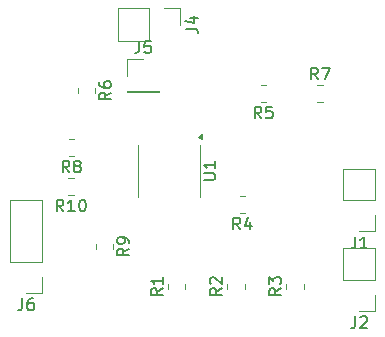
<source format=gbr>
%TF.GenerationSoftware,KiCad,Pcbnew,9.0.3*%
%TF.CreationDate,2025-09-11T10:37:05-04:00*%
%TF.ProjectId,lmv324_breakout,6c6d7633-3234-45f6-9272-65616b6f7574,rev?*%
%TF.SameCoordinates,Original*%
%TF.FileFunction,Legend,Top*%
%TF.FilePolarity,Positive*%
%FSLAX46Y46*%
G04 Gerber Fmt 4.6, Leading zero omitted, Abs format (unit mm)*
G04 Created by KiCad (PCBNEW 9.0.3) date 2025-09-11 10:37:05*
%MOMM*%
%LPD*%
G01*
G04 APERTURE LIST*
%ADD10C,0.150000*%
%ADD11C,0.120000*%
G04 APERTURE END LIST*
D10*
X92630666Y-90226819D02*
X92630666Y-90941104D01*
X92630666Y-90941104D02*
X92583047Y-91083961D01*
X92583047Y-91083961D02*
X92487809Y-91179200D01*
X92487809Y-91179200D02*
X92344952Y-91226819D01*
X92344952Y-91226819D02*
X92249714Y-91226819D01*
X93535428Y-90226819D02*
X93344952Y-90226819D01*
X93344952Y-90226819D02*
X93249714Y-90274438D01*
X93249714Y-90274438D02*
X93202095Y-90322057D01*
X93202095Y-90322057D02*
X93106857Y-90464914D01*
X93106857Y-90464914D02*
X93059238Y-90655390D01*
X93059238Y-90655390D02*
X93059238Y-91036342D01*
X93059238Y-91036342D02*
X93106857Y-91131580D01*
X93106857Y-91131580D02*
X93154476Y-91179200D01*
X93154476Y-91179200D02*
X93249714Y-91226819D01*
X93249714Y-91226819D02*
X93440190Y-91226819D01*
X93440190Y-91226819D02*
X93535428Y-91179200D01*
X93535428Y-91179200D02*
X93583047Y-91131580D01*
X93583047Y-91131580D02*
X93630666Y-91036342D01*
X93630666Y-91036342D02*
X93630666Y-90798247D01*
X93630666Y-90798247D02*
X93583047Y-90703009D01*
X93583047Y-90703009D02*
X93535428Y-90655390D01*
X93535428Y-90655390D02*
X93440190Y-90607771D01*
X93440190Y-90607771D02*
X93249714Y-90607771D01*
X93249714Y-90607771D02*
X93154476Y-90655390D01*
X93154476Y-90655390D02*
X93106857Y-90703009D01*
X93106857Y-90703009D02*
X93059238Y-90798247D01*
X120824666Y-85008160D02*
X120824666Y-85722445D01*
X120824666Y-85722445D02*
X120777047Y-85865302D01*
X120777047Y-85865302D02*
X120681809Y-85960541D01*
X120681809Y-85960541D02*
X120538952Y-86008160D01*
X120538952Y-86008160D02*
X120443714Y-86008160D01*
X121824666Y-86008160D02*
X121253238Y-86008160D01*
X121538952Y-86008160D02*
X121538952Y-85008160D01*
X121538952Y-85008160D02*
X121443714Y-85151017D01*
X121443714Y-85151017D02*
X121348476Y-85246255D01*
X121348476Y-85246255D02*
X121253238Y-85293874D01*
X107978819Y-80195404D02*
X108788342Y-80195404D01*
X108788342Y-80195404D02*
X108883580Y-80147785D01*
X108883580Y-80147785D02*
X108931200Y-80100166D01*
X108931200Y-80100166D02*
X108978819Y-80004928D01*
X108978819Y-80004928D02*
X108978819Y-79814452D01*
X108978819Y-79814452D02*
X108931200Y-79719214D01*
X108931200Y-79719214D02*
X108883580Y-79671595D01*
X108883580Y-79671595D02*
X108788342Y-79623976D01*
X108788342Y-79623976D02*
X107978819Y-79623976D01*
X108978819Y-78623976D02*
X108978819Y-79195404D01*
X108978819Y-78909690D02*
X107978819Y-78909690D01*
X107978819Y-78909690D02*
X108121676Y-79004928D01*
X108121676Y-79004928D02*
X108216914Y-79100166D01*
X108216914Y-79100166D02*
X108264533Y-79195404D01*
X96115142Y-82876819D02*
X95781809Y-82400628D01*
X95543714Y-82876819D02*
X95543714Y-81876819D01*
X95543714Y-81876819D02*
X95924666Y-81876819D01*
X95924666Y-81876819D02*
X96019904Y-81924438D01*
X96019904Y-81924438D02*
X96067523Y-81972057D01*
X96067523Y-81972057D02*
X96115142Y-82067295D01*
X96115142Y-82067295D02*
X96115142Y-82210152D01*
X96115142Y-82210152D02*
X96067523Y-82305390D01*
X96067523Y-82305390D02*
X96019904Y-82353009D01*
X96019904Y-82353009D02*
X95924666Y-82400628D01*
X95924666Y-82400628D02*
X95543714Y-82400628D01*
X97067523Y-82876819D02*
X96496095Y-82876819D01*
X96781809Y-82876819D02*
X96781809Y-81876819D01*
X96781809Y-81876819D02*
X96686571Y-82019676D01*
X96686571Y-82019676D02*
X96591333Y-82114914D01*
X96591333Y-82114914D02*
X96496095Y-82162533D01*
X97686571Y-81876819D02*
X97781809Y-81876819D01*
X97781809Y-81876819D02*
X97877047Y-81924438D01*
X97877047Y-81924438D02*
X97924666Y-81972057D01*
X97924666Y-81972057D02*
X97972285Y-82067295D01*
X97972285Y-82067295D02*
X98019904Y-82257771D01*
X98019904Y-82257771D02*
X98019904Y-82495866D01*
X98019904Y-82495866D02*
X97972285Y-82686342D01*
X97972285Y-82686342D02*
X97924666Y-82781580D01*
X97924666Y-82781580D02*
X97877047Y-82829200D01*
X97877047Y-82829200D02*
X97781809Y-82876819D01*
X97781809Y-82876819D02*
X97686571Y-82876819D01*
X97686571Y-82876819D02*
X97591333Y-82829200D01*
X97591333Y-82829200D02*
X97543714Y-82781580D01*
X97543714Y-82781580D02*
X97496095Y-82686342D01*
X97496095Y-82686342D02*
X97448476Y-82495866D01*
X97448476Y-82495866D02*
X97448476Y-82257771D01*
X97448476Y-82257771D02*
X97496095Y-82067295D01*
X97496095Y-82067295D02*
X97543714Y-81972057D01*
X97543714Y-81972057D02*
X97591333Y-81924438D01*
X97591333Y-81924438D02*
X97686571Y-81876819D01*
X106482819Y-67389333D02*
X107197104Y-67389333D01*
X107197104Y-67389333D02*
X107339961Y-67436952D01*
X107339961Y-67436952D02*
X107435200Y-67532190D01*
X107435200Y-67532190D02*
X107482819Y-67675047D01*
X107482819Y-67675047D02*
X107482819Y-67770285D01*
X106816152Y-66484571D02*
X107482819Y-66484571D01*
X106435200Y-66722666D02*
X107149485Y-66960761D01*
X107149485Y-66960761D02*
X107149485Y-66341714D01*
X117673333Y-71702819D02*
X117340000Y-71226628D01*
X117101905Y-71702819D02*
X117101905Y-70702819D01*
X117101905Y-70702819D02*
X117482857Y-70702819D01*
X117482857Y-70702819D02*
X117578095Y-70750438D01*
X117578095Y-70750438D02*
X117625714Y-70798057D01*
X117625714Y-70798057D02*
X117673333Y-70893295D01*
X117673333Y-70893295D02*
X117673333Y-71036152D01*
X117673333Y-71036152D02*
X117625714Y-71131390D01*
X117625714Y-71131390D02*
X117578095Y-71179009D01*
X117578095Y-71179009D02*
X117482857Y-71226628D01*
X117482857Y-71226628D02*
X117101905Y-71226628D01*
X118006667Y-70702819D02*
X118673333Y-70702819D01*
X118673333Y-70702819D02*
X118244762Y-71702819D01*
X120824666Y-91750819D02*
X120824666Y-92465104D01*
X120824666Y-92465104D02*
X120777047Y-92607961D01*
X120777047Y-92607961D02*
X120681809Y-92703200D01*
X120681809Y-92703200D02*
X120538952Y-92750819D01*
X120538952Y-92750819D02*
X120443714Y-92750819D01*
X121253238Y-91846057D02*
X121300857Y-91798438D01*
X121300857Y-91798438D02*
X121396095Y-91750819D01*
X121396095Y-91750819D02*
X121634190Y-91750819D01*
X121634190Y-91750819D02*
X121729428Y-91798438D01*
X121729428Y-91798438D02*
X121777047Y-91846057D01*
X121777047Y-91846057D02*
X121824666Y-91941295D01*
X121824666Y-91941295D02*
X121824666Y-92036533D01*
X121824666Y-92036533D02*
X121777047Y-92179390D01*
X121777047Y-92179390D02*
X121205619Y-92750819D01*
X121205619Y-92750819D02*
X121824666Y-92750819D01*
X96623333Y-79574819D02*
X96290000Y-79098628D01*
X96051905Y-79574819D02*
X96051905Y-78574819D01*
X96051905Y-78574819D02*
X96432857Y-78574819D01*
X96432857Y-78574819D02*
X96528095Y-78622438D01*
X96528095Y-78622438D02*
X96575714Y-78670057D01*
X96575714Y-78670057D02*
X96623333Y-78765295D01*
X96623333Y-78765295D02*
X96623333Y-78908152D01*
X96623333Y-78908152D02*
X96575714Y-79003390D01*
X96575714Y-79003390D02*
X96528095Y-79051009D01*
X96528095Y-79051009D02*
X96432857Y-79098628D01*
X96432857Y-79098628D02*
X96051905Y-79098628D01*
X97194762Y-79003390D02*
X97099524Y-78955771D01*
X97099524Y-78955771D02*
X97051905Y-78908152D01*
X97051905Y-78908152D02*
X97004286Y-78812914D01*
X97004286Y-78812914D02*
X97004286Y-78765295D01*
X97004286Y-78765295D02*
X97051905Y-78670057D01*
X97051905Y-78670057D02*
X97099524Y-78622438D01*
X97099524Y-78622438D02*
X97194762Y-78574819D01*
X97194762Y-78574819D02*
X97385238Y-78574819D01*
X97385238Y-78574819D02*
X97480476Y-78622438D01*
X97480476Y-78622438D02*
X97528095Y-78670057D01*
X97528095Y-78670057D02*
X97575714Y-78765295D01*
X97575714Y-78765295D02*
X97575714Y-78812914D01*
X97575714Y-78812914D02*
X97528095Y-78908152D01*
X97528095Y-78908152D02*
X97480476Y-78955771D01*
X97480476Y-78955771D02*
X97385238Y-79003390D01*
X97385238Y-79003390D02*
X97194762Y-79003390D01*
X97194762Y-79003390D02*
X97099524Y-79051009D01*
X97099524Y-79051009D02*
X97051905Y-79098628D01*
X97051905Y-79098628D02*
X97004286Y-79193866D01*
X97004286Y-79193866D02*
X97004286Y-79384342D01*
X97004286Y-79384342D02*
X97051905Y-79479580D01*
X97051905Y-79479580D02*
X97099524Y-79527200D01*
X97099524Y-79527200D02*
X97194762Y-79574819D01*
X97194762Y-79574819D02*
X97385238Y-79574819D01*
X97385238Y-79574819D02*
X97480476Y-79527200D01*
X97480476Y-79527200D02*
X97528095Y-79479580D01*
X97528095Y-79479580D02*
X97575714Y-79384342D01*
X97575714Y-79384342D02*
X97575714Y-79193866D01*
X97575714Y-79193866D02*
X97528095Y-79098628D01*
X97528095Y-79098628D02*
X97480476Y-79051009D01*
X97480476Y-79051009D02*
X97385238Y-79003390D01*
X100148819Y-72810666D02*
X99672628Y-73143999D01*
X100148819Y-73382094D02*
X99148819Y-73382094D01*
X99148819Y-73382094D02*
X99148819Y-73001142D01*
X99148819Y-73001142D02*
X99196438Y-72905904D01*
X99196438Y-72905904D02*
X99244057Y-72858285D01*
X99244057Y-72858285D02*
X99339295Y-72810666D01*
X99339295Y-72810666D02*
X99482152Y-72810666D01*
X99482152Y-72810666D02*
X99577390Y-72858285D01*
X99577390Y-72858285D02*
X99625009Y-72905904D01*
X99625009Y-72905904D02*
X99672628Y-73001142D01*
X99672628Y-73001142D02*
X99672628Y-73382094D01*
X99148819Y-71953523D02*
X99148819Y-72143999D01*
X99148819Y-72143999D02*
X99196438Y-72239237D01*
X99196438Y-72239237D02*
X99244057Y-72286856D01*
X99244057Y-72286856D02*
X99386914Y-72382094D01*
X99386914Y-72382094D02*
X99577390Y-72429713D01*
X99577390Y-72429713D02*
X99958342Y-72429713D01*
X99958342Y-72429713D02*
X100053580Y-72382094D01*
X100053580Y-72382094D02*
X100101200Y-72334475D01*
X100101200Y-72334475D02*
X100148819Y-72239237D01*
X100148819Y-72239237D02*
X100148819Y-72048761D01*
X100148819Y-72048761D02*
X100101200Y-71953523D01*
X100101200Y-71953523D02*
X100053580Y-71905904D01*
X100053580Y-71905904D02*
X99958342Y-71858285D01*
X99958342Y-71858285D02*
X99720247Y-71858285D01*
X99720247Y-71858285D02*
X99625009Y-71905904D01*
X99625009Y-71905904D02*
X99577390Y-71953523D01*
X99577390Y-71953523D02*
X99529771Y-72048761D01*
X99529771Y-72048761D02*
X99529771Y-72239237D01*
X99529771Y-72239237D02*
X99577390Y-72334475D01*
X99577390Y-72334475D02*
X99625009Y-72382094D01*
X99625009Y-72382094D02*
X99720247Y-72429713D01*
X111085333Y-84400819D02*
X110752000Y-83924628D01*
X110513905Y-84400819D02*
X110513905Y-83400819D01*
X110513905Y-83400819D02*
X110894857Y-83400819D01*
X110894857Y-83400819D02*
X110990095Y-83448438D01*
X110990095Y-83448438D02*
X111037714Y-83496057D01*
X111037714Y-83496057D02*
X111085333Y-83591295D01*
X111085333Y-83591295D02*
X111085333Y-83734152D01*
X111085333Y-83734152D02*
X111037714Y-83829390D01*
X111037714Y-83829390D02*
X110990095Y-83877009D01*
X110990095Y-83877009D02*
X110894857Y-83924628D01*
X110894857Y-83924628D02*
X110513905Y-83924628D01*
X111942476Y-83734152D02*
X111942476Y-84400819D01*
X111704381Y-83353200D02*
X111466286Y-84067485D01*
X111466286Y-84067485D02*
X112085333Y-84067485D01*
X109518819Y-89393666D02*
X109042628Y-89726999D01*
X109518819Y-89965094D02*
X108518819Y-89965094D01*
X108518819Y-89965094D02*
X108518819Y-89584142D01*
X108518819Y-89584142D02*
X108566438Y-89488904D01*
X108566438Y-89488904D02*
X108614057Y-89441285D01*
X108614057Y-89441285D02*
X108709295Y-89393666D01*
X108709295Y-89393666D02*
X108852152Y-89393666D01*
X108852152Y-89393666D02*
X108947390Y-89441285D01*
X108947390Y-89441285D02*
X108995009Y-89488904D01*
X108995009Y-89488904D02*
X109042628Y-89584142D01*
X109042628Y-89584142D02*
X109042628Y-89965094D01*
X108614057Y-89012713D02*
X108566438Y-88965094D01*
X108566438Y-88965094D02*
X108518819Y-88869856D01*
X108518819Y-88869856D02*
X108518819Y-88631761D01*
X108518819Y-88631761D02*
X108566438Y-88536523D01*
X108566438Y-88536523D02*
X108614057Y-88488904D01*
X108614057Y-88488904D02*
X108709295Y-88441285D01*
X108709295Y-88441285D02*
X108804533Y-88441285D01*
X108804533Y-88441285D02*
X108947390Y-88488904D01*
X108947390Y-88488904D02*
X109518819Y-89060332D01*
X109518819Y-89060332D02*
X109518819Y-88441285D01*
X102536666Y-68448819D02*
X102536666Y-69163104D01*
X102536666Y-69163104D02*
X102489047Y-69305961D01*
X102489047Y-69305961D02*
X102393809Y-69401200D01*
X102393809Y-69401200D02*
X102250952Y-69448819D01*
X102250952Y-69448819D02*
X102155714Y-69448819D01*
X103489047Y-68448819D02*
X103012857Y-68448819D01*
X103012857Y-68448819D02*
X102965238Y-68925009D01*
X102965238Y-68925009D02*
X103012857Y-68877390D01*
X103012857Y-68877390D02*
X103108095Y-68829771D01*
X103108095Y-68829771D02*
X103346190Y-68829771D01*
X103346190Y-68829771D02*
X103441428Y-68877390D01*
X103441428Y-68877390D02*
X103489047Y-68925009D01*
X103489047Y-68925009D02*
X103536666Y-69020247D01*
X103536666Y-69020247D02*
X103536666Y-69258342D01*
X103536666Y-69258342D02*
X103489047Y-69353580D01*
X103489047Y-69353580D02*
X103441428Y-69401200D01*
X103441428Y-69401200D02*
X103346190Y-69448819D01*
X103346190Y-69448819D02*
X103108095Y-69448819D01*
X103108095Y-69448819D02*
X103012857Y-69401200D01*
X103012857Y-69401200D02*
X102965238Y-69353580D01*
X114518819Y-89393666D02*
X114042628Y-89726999D01*
X114518819Y-89965094D02*
X113518819Y-89965094D01*
X113518819Y-89965094D02*
X113518819Y-89584142D01*
X113518819Y-89584142D02*
X113566438Y-89488904D01*
X113566438Y-89488904D02*
X113614057Y-89441285D01*
X113614057Y-89441285D02*
X113709295Y-89393666D01*
X113709295Y-89393666D02*
X113852152Y-89393666D01*
X113852152Y-89393666D02*
X113947390Y-89441285D01*
X113947390Y-89441285D02*
X113995009Y-89488904D01*
X113995009Y-89488904D02*
X114042628Y-89584142D01*
X114042628Y-89584142D02*
X114042628Y-89965094D01*
X113518819Y-89060332D02*
X113518819Y-88441285D01*
X113518819Y-88441285D02*
X113899771Y-88774618D01*
X113899771Y-88774618D02*
X113899771Y-88631761D01*
X113899771Y-88631761D02*
X113947390Y-88536523D01*
X113947390Y-88536523D02*
X113995009Y-88488904D01*
X113995009Y-88488904D02*
X114090247Y-88441285D01*
X114090247Y-88441285D02*
X114328342Y-88441285D01*
X114328342Y-88441285D02*
X114423580Y-88488904D01*
X114423580Y-88488904D02*
X114471200Y-88536523D01*
X114471200Y-88536523D02*
X114518819Y-88631761D01*
X114518819Y-88631761D02*
X114518819Y-88917475D01*
X114518819Y-88917475D02*
X114471200Y-89012713D01*
X114471200Y-89012713D02*
X114423580Y-89060332D01*
X101672819Y-86018666D02*
X101196628Y-86351999D01*
X101672819Y-86590094D02*
X100672819Y-86590094D01*
X100672819Y-86590094D02*
X100672819Y-86209142D01*
X100672819Y-86209142D02*
X100720438Y-86113904D01*
X100720438Y-86113904D02*
X100768057Y-86066285D01*
X100768057Y-86066285D02*
X100863295Y-86018666D01*
X100863295Y-86018666D02*
X101006152Y-86018666D01*
X101006152Y-86018666D02*
X101101390Y-86066285D01*
X101101390Y-86066285D02*
X101149009Y-86113904D01*
X101149009Y-86113904D02*
X101196628Y-86209142D01*
X101196628Y-86209142D02*
X101196628Y-86590094D01*
X101672819Y-85542475D02*
X101672819Y-85351999D01*
X101672819Y-85351999D02*
X101625200Y-85256761D01*
X101625200Y-85256761D02*
X101577580Y-85209142D01*
X101577580Y-85209142D02*
X101434723Y-85113904D01*
X101434723Y-85113904D02*
X101244247Y-85066285D01*
X101244247Y-85066285D02*
X100863295Y-85066285D01*
X100863295Y-85066285D02*
X100768057Y-85113904D01*
X100768057Y-85113904D02*
X100720438Y-85161523D01*
X100720438Y-85161523D02*
X100672819Y-85256761D01*
X100672819Y-85256761D02*
X100672819Y-85447237D01*
X100672819Y-85447237D02*
X100720438Y-85542475D01*
X100720438Y-85542475D02*
X100768057Y-85590094D01*
X100768057Y-85590094D02*
X100863295Y-85637713D01*
X100863295Y-85637713D02*
X101101390Y-85637713D01*
X101101390Y-85637713D02*
X101196628Y-85590094D01*
X101196628Y-85590094D02*
X101244247Y-85542475D01*
X101244247Y-85542475D02*
X101291866Y-85447237D01*
X101291866Y-85447237D02*
X101291866Y-85256761D01*
X101291866Y-85256761D02*
X101244247Y-85161523D01*
X101244247Y-85161523D02*
X101196628Y-85113904D01*
X101196628Y-85113904D02*
X101101390Y-85066285D01*
X112879333Y-75002819D02*
X112546000Y-74526628D01*
X112307905Y-75002819D02*
X112307905Y-74002819D01*
X112307905Y-74002819D02*
X112688857Y-74002819D01*
X112688857Y-74002819D02*
X112784095Y-74050438D01*
X112784095Y-74050438D02*
X112831714Y-74098057D01*
X112831714Y-74098057D02*
X112879333Y-74193295D01*
X112879333Y-74193295D02*
X112879333Y-74336152D01*
X112879333Y-74336152D02*
X112831714Y-74431390D01*
X112831714Y-74431390D02*
X112784095Y-74479009D01*
X112784095Y-74479009D02*
X112688857Y-74526628D01*
X112688857Y-74526628D02*
X112307905Y-74526628D01*
X113784095Y-74002819D02*
X113307905Y-74002819D01*
X113307905Y-74002819D02*
X113260286Y-74479009D01*
X113260286Y-74479009D02*
X113307905Y-74431390D01*
X113307905Y-74431390D02*
X113403143Y-74383771D01*
X113403143Y-74383771D02*
X113641238Y-74383771D01*
X113641238Y-74383771D02*
X113736476Y-74431390D01*
X113736476Y-74431390D02*
X113784095Y-74479009D01*
X113784095Y-74479009D02*
X113831714Y-74574247D01*
X113831714Y-74574247D02*
X113831714Y-74812342D01*
X113831714Y-74812342D02*
X113784095Y-74907580D01*
X113784095Y-74907580D02*
X113736476Y-74955200D01*
X113736476Y-74955200D02*
X113641238Y-75002819D01*
X113641238Y-75002819D02*
X113403143Y-75002819D01*
X113403143Y-75002819D02*
X113307905Y-74955200D01*
X113307905Y-74955200D02*
X113260286Y-74907580D01*
X104518819Y-89393666D02*
X104042628Y-89726999D01*
X104518819Y-89965094D02*
X103518819Y-89965094D01*
X103518819Y-89965094D02*
X103518819Y-89584142D01*
X103518819Y-89584142D02*
X103566438Y-89488904D01*
X103566438Y-89488904D02*
X103614057Y-89441285D01*
X103614057Y-89441285D02*
X103709295Y-89393666D01*
X103709295Y-89393666D02*
X103852152Y-89393666D01*
X103852152Y-89393666D02*
X103947390Y-89441285D01*
X103947390Y-89441285D02*
X103995009Y-89488904D01*
X103995009Y-89488904D02*
X104042628Y-89584142D01*
X104042628Y-89584142D02*
X104042628Y-89965094D01*
X104518819Y-88441285D02*
X104518819Y-89012713D01*
X104518819Y-88726999D02*
X103518819Y-88726999D01*
X103518819Y-88726999D02*
X103661676Y-88822237D01*
X103661676Y-88822237D02*
X103756914Y-88917475D01*
X103756914Y-88917475D02*
X103804533Y-89012713D01*
D11*
%TO.C,J6*%
X94344000Y-89772000D02*
X92964000Y-89772000D01*
X94344000Y-88392000D02*
X94344000Y-89772000D01*
X94344000Y-87122000D02*
X94344000Y-81932000D01*
X94344000Y-87122000D02*
X91584000Y-87122000D01*
X94344000Y-81932000D02*
X91584000Y-81932000D01*
X91584000Y-87122000D02*
X91584000Y-81932000D01*
%TO.C,J1*%
X122538000Y-84553341D02*
X121158000Y-84553341D01*
X122538000Y-83173341D02*
X122538000Y-84553341D01*
X122538000Y-81903341D02*
X122538000Y-79253341D01*
X122538000Y-81903341D02*
X119778000Y-81903341D01*
X122538000Y-79253341D02*
X119778000Y-79253341D01*
X119778000Y-81903341D02*
X119778000Y-79253341D01*
%TO.C,U1*%
X107684000Y-79433500D02*
X107684000Y-77233500D01*
X107684000Y-79433500D02*
X107684000Y-81633500D01*
X102464000Y-79433500D02*
X102464000Y-77233500D01*
X102464000Y-79433500D02*
X102464000Y-81633500D01*
X107814000Y-76773500D02*
X107484000Y-76533500D01*
X107814000Y-76293500D01*
X107814000Y-76773500D01*
G36*
X107814000Y-76773500D02*
G01*
X107484000Y-76533500D01*
X107814000Y-76293500D01*
X107814000Y-76773500D01*
G37*
%TO.C,R10*%
X96985064Y-81507000D02*
X96530936Y-81507000D01*
X96985064Y-80037000D02*
X96530936Y-80037000D01*
%TO.C,J4*%
X100728000Y-65676000D02*
X100728000Y-68436000D01*
X103378000Y-65676000D02*
X100728000Y-65676000D01*
X103378000Y-65676000D02*
X103378000Y-68436000D01*
X103378000Y-68436000D02*
X100728000Y-68436000D01*
X104648000Y-65676000D02*
X106028000Y-65676000D01*
X106028000Y-65676000D02*
X106028000Y-67056000D01*
%TO.C,R7*%
X117612936Y-72163000D02*
X118067064Y-72163000D01*
X117612936Y-73633000D02*
X118067064Y-73633000D01*
%TO.C,J2*%
X122538000Y-91296000D02*
X121158000Y-91296000D01*
X122538000Y-89916000D02*
X122538000Y-91296000D01*
X119778000Y-88646000D02*
X119778000Y-85996000D01*
X122538000Y-88646000D02*
X119778000Y-88646000D01*
X122538000Y-88646000D02*
X122538000Y-85996000D01*
X122538000Y-85996000D02*
X119778000Y-85996000D01*
%TO.C,R8*%
X97017064Y-78205000D02*
X96562936Y-78205000D01*
X97017064Y-76735000D02*
X96562936Y-76735000D01*
%TO.C,R6*%
X97309000Y-72416936D02*
X97309000Y-72871064D01*
X98779000Y-72416936D02*
X98779000Y-72871064D01*
%TO.C,R4*%
X111479064Y-83031000D02*
X111024936Y-83031000D01*
X111479064Y-81561000D02*
X111024936Y-81561000D01*
%TO.C,R2*%
X109979000Y-89454064D02*
X109979000Y-88999936D01*
X111449000Y-89454064D02*
X111449000Y-88999936D01*
%TO.C,J5*%
X101490000Y-69994000D02*
X102870000Y-69994000D01*
X101490000Y-71374000D02*
X101490000Y-69994000D01*
X101490000Y-72644000D02*
X101490000Y-72754000D01*
X101490000Y-72644000D02*
X104250000Y-72644000D01*
X101490000Y-72754000D02*
X104250000Y-72754000D01*
X104250000Y-72644000D02*
X104250000Y-72754000D01*
%TO.C,R3*%
X114979000Y-89454064D02*
X114979000Y-88999936D01*
X116449000Y-89454064D02*
X116449000Y-88999936D01*
%TO.C,R9*%
X98833000Y-85624936D02*
X98833000Y-86079064D01*
X100303000Y-85624936D02*
X100303000Y-86079064D01*
%TO.C,R5*%
X113273064Y-73633000D02*
X112818936Y-73633000D01*
X113273064Y-72163000D02*
X112818936Y-72163000D01*
%TO.C,R1*%
X104979000Y-89454064D02*
X104979000Y-88999936D01*
X106449000Y-89454064D02*
X106449000Y-88999936D01*
%TD*%
M02*

</source>
